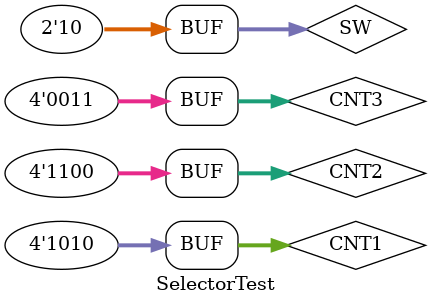
<source format=v>
`timescale 1ns / 1ps


module SelectorTest;

	// Inputs
	reg [1:0] SW;
	reg [3:0] CNT1;
	reg [3:0] CNT2;
	reg [3:0] CNT3;

	// Outputs
	wire [3:0] CNT;

	// Instantiate the Unit Under Test (UUT)
	Selector uut (
		.SW(SW), 
		.CNT1(CNT1), 
		.CNT2(CNT2), 
		.CNT3(CNT3), 
		.CNT(CNT)
	);

	initial begin
		// Initialize Inputs
		
		SW = 2'b00;
		CNT1 = 4'b1010;
		CNT2 = 4'b1100;
		CNT3 = 4'b0011;
		#10;
		SW = 2'b01;
		
		#10;
		SW = 2'b10;
		#10;
		// Wait 100 ns for global reset to finish
		
        
		// Add stimulus here

	end
      
endmodule


</source>
